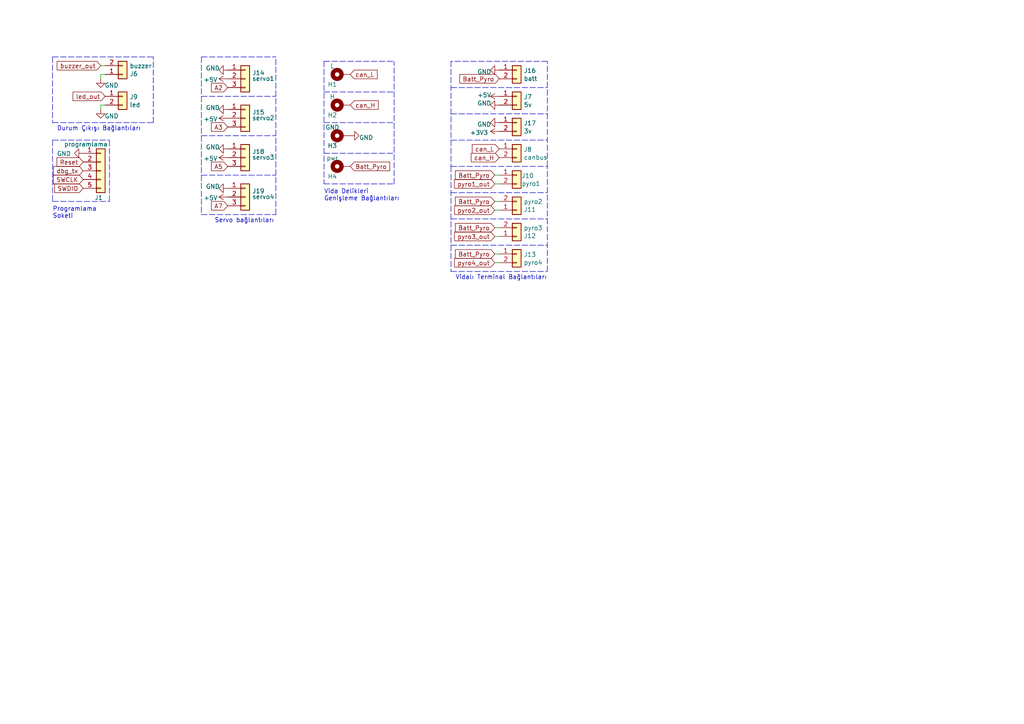
<source format=kicad_sch>
(kicad_sch (version 20201015) (generator eeschema)

  (page 1 8)

  (paper "A4")

  (lib_symbols
    (symbol "Connector_Generic:Conn_01x02" (pin_names (offset 1.016) hide) (in_bom yes) (on_board yes)
      (property "Reference" "J" (id 0) (at 0 2.54 0)
        (effects (font (size 1.27 1.27)))
      )
      (property "Value" "Conn_01x02" (id 1) (at 0 -5.08 0)
        (effects (font (size 1.27 1.27)))
      )
      (property "Footprint" "" (id 2) (at 0 0 0)
        (effects (font (size 1.27 1.27)) hide)
      )
      (property "Datasheet" "~" (id 3) (at 0 0 0)
        (effects (font (size 1.27 1.27)) hide)
      )
      (property "ki_keywords" "connector" (id 4) (at 0 0 0)
        (effects (font (size 1.27 1.27)) hide)
      )
      (property "ki_description" "Generic connector, single row, 01x02, script generated (kicad-library-utils/schlib/autogen/connector/)" (id 5) (at 0 0 0)
        (effects (font (size 1.27 1.27)) hide)
      )
      (property "ki_fp_filters" "Connector*:*_1x??_*" (id 6) (at 0 0 0)
        (effects (font (size 1.27 1.27)) hide)
      )
      (symbol "Conn_01x02_1_1"
        (rectangle (start -1.27 -2.413) (end 0 -2.667)
          (stroke (width 0.1524)) (fill (type none))
        )
        (rectangle (start -1.27 0.127) (end 0 -0.127)
          (stroke (width 0.1524)) (fill (type none))
        )
        (rectangle (start -1.27 1.27) (end 1.27 -3.81)
          (stroke (width 0.254)) (fill (type background))
        )
        (pin passive line (at -5.08 0 0) (length 3.81)
          (name "Pin_1" (effects (font (size 1.27 1.27))))
          (number "1" (effects (font (size 1.27 1.27))))
        )
        (pin passive line (at -5.08 -2.54 0) (length 3.81)
          (name "Pin_2" (effects (font (size 1.27 1.27))))
          (number "2" (effects (font (size 1.27 1.27))))
        )
      )
    )
    (symbol "Connector_Generic:Conn_01x03" (pin_names (offset 1.016) hide) (in_bom yes) (on_board yes)
      (property "Reference" "J" (id 0) (at 0 5.08 0)
        (effects (font (size 1.27 1.27)))
      )
      (property "Value" "Conn_01x03" (id 1) (at 0 -5.08 0)
        (effects (font (size 1.27 1.27)))
      )
      (property "Footprint" "" (id 2) (at 0 0 0)
        (effects (font (size 1.27 1.27)) hide)
      )
      (property "Datasheet" "~" (id 3) (at 0 0 0)
        (effects (font (size 1.27 1.27)) hide)
      )
      (property "ki_keywords" "connector" (id 4) (at 0 0 0)
        (effects (font (size 1.27 1.27)) hide)
      )
      (property "ki_description" "Generic connector, single row, 01x03, script generated (kicad-library-utils/schlib/autogen/connector/)" (id 5) (at 0 0 0)
        (effects (font (size 1.27 1.27)) hide)
      )
      (property "ki_fp_filters" "Connector*:*_1x??_*" (id 6) (at 0 0 0)
        (effects (font (size 1.27 1.27)) hide)
      )
      (symbol "Conn_01x03_1_1"
        (rectangle (start -1.27 -2.413) (end 0 -2.667)
          (stroke (width 0.1524)) (fill (type none))
        )
        (rectangle (start -1.27 2.667) (end 0 2.413)
          (stroke (width 0.1524)) (fill (type none))
        )
        (rectangle (start -1.27 3.81) (end 1.27 -3.81)
          (stroke (width 0.254)) (fill (type background))
        )
        (rectangle (start -1.27 0.127) (end 0 -0.127)
          (stroke (width 0.1524)) (fill (type none))
        )
        (pin passive line (at -5.08 2.54 0) (length 3.81)
          (name "Pin_1" (effects (font (size 1.27 1.27))))
          (number "1" (effects (font (size 1.27 1.27))))
        )
        (pin passive line (at -5.08 0 0) (length 3.81)
          (name "Pin_2" (effects (font (size 1.27 1.27))))
          (number "2" (effects (font (size 1.27 1.27))))
        )
        (pin passive line (at -5.08 -2.54 0) (length 3.81)
          (name "Pin_3" (effects (font (size 1.27 1.27))))
          (number "3" (effects (font (size 1.27 1.27))))
        )
      )
    )
    (symbol "Connector_Generic:Conn_01x05" (pin_names (offset 1.016) hide) (in_bom yes) (on_board yes)
      (property "Reference" "J" (id 0) (at 0 7.62 0)
        (effects (font (size 1.27 1.27)))
      )
      (property "Value" "Conn_01x05" (id 1) (at 0 -7.62 0)
        (effects (font (size 1.27 1.27)))
      )
      (property "Footprint" "" (id 2) (at 0 0 0)
        (effects (font (size 1.27 1.27)) hide)
      )
      (property "Datasheet" "~" (id 3) (at 0 0 0)
        (effects (font (size 1.27 1.27)) hide)
      )
      (property "ki_keywords" "connector" (id 4) (at 0 0 0)
        (effects (font (size 1.27 1.27)) hide)
      )
      (property "ki_description" "Generic connector, single row, 01x05, script generated (kicad-library-utils/schlib/autogen/connector/)" (id 5) (at 0 0 0)
        (effects (font (size 1.27 1.27)) hide)
      )
      (property "ki_fp_filters" "Connector*:*_1x??_*" (id 6) (at 0 0 0)
        (effects (font (size 1.27 1.27)) hide)
      )
      (symbol "Conn_01x05_1_1"
        (rectangle (start -1.27 -4.953) (end 0 -5.207)
          (stroke (width 0.1524)) (fill (type none))
        )
        (rectangle (start -1.27 -2.413) (end 0 -2.667)
          (stroke (width 0.1524)) (fill (type none))
        )
        (rectangle (start -1.27 2.667) (end 0 2.413)
          (stroke (width 0.1524)) (fill (type none))
        )
        (rectangle (start -1.27 5.207) (end 0 4.953)
          (stroke (width 0.1524)) (fill (type none))
        )
        (rectangle (start -1.27 6.35) (end 1.27 -6.35)
          (stroke (width 0.254)) (fill (type background))
        )
        (rectangle (start -1.27 0.127) (end 0 -0.127)
          (stroke (width 0.1524)) (fill (type none))
        )
        (pin passive line (at -5.08 5.08 0) (length 3.81)
          (name "Pin_1" (effects (font (size 1.27 1.27))))
          (number "1" (effects (font (size 1.27 1.27))))
        )
        (pin passive line (at -5.08 2.54 0) (length 3.81)
          (name "Pin_2" (effects (font (size 1.27 1.27))))
          (number "2" (effects (font (size 1.27 1.27))))
        )
        (pin passive line (at -5.08 0 0) (length 3.81)
          (name "Pin_3" (effects (font (size 1.27 1.27))))
          (number "3" (effects (font (size 1.27 1.27))))
        )
        (pin passive line (at -5.08 -2.54 0) (length 3.81)
          (name "Pin_4" (effects (font (size 1.27 1.27))))
          (number "4" (effects (font (size 1.27 1.27))))
        )
        (pin passive line (at -5.08 -5.08 0) (length 3.81)
          (name "Pin_5" (effects (font (size 1.27 1.27))))
          (number "5" (effects (font (size 1.27 1.27))))
        )
      )
    )
    (symbol "Mechanical:MountingHole_Pad" (pin_numbers hide) (pin_names (offset 1.016) hide) (in_bom yes) (on_board yes)
      (property "Reference" "H" (id 0) (at 0 6.35 0)
        (effects (font (size 1.27 1.27)))
      )
      (property "Value" "MountingHole_Pad" (id 1) (at 0 4.445 0)
        (effects (font (size 1.27 1.27)))
      )
      (property "Footprint" "" (id 2) (at 0 0 0)
        (effects (font (size 1.27 1.27)) hide)
      )
      (property "Datasheet" "~" (id 3) (at 0 0 0)
        (effects (font (size 1.27 1.27)) hide)
      )
      (property "ki_keywords" "mounting hole" (id 4) (at 0 0 0)
        (effects (font (size 1.27 1.27)) hide)
      )
      (property "ki_description" "Mounting Hole with connection" (id 5) (at 0 0 0)
        (effects (font (size 1.27 1.27)) hide)
      )
      (property "ki_fp_filters" "MountingHole*Pad*" (id 6) (at 0 0 0)
        (effects (font (size 1.27 1.27)) hide)
      )
      (symbol "MountingHole_Pad_0_1"
        (circle (center 0 1.27) (radius 1.27) (stroke (width 1.27)) (fill (type none)))
      )
      (symbol "MountingHole_Pad_1_1"
        (pin input line (at 0 -2.54 90) (length 2.54)
          (name "1" (effects (font (size 1.27 1.27))))
          (number "1" (effects (font (size 1.27 1.27))))
        )
      )
    )
    (symbol "power:+3V3" (power) (pin_names (offset 0)) (in_bom yes) (on_board yes)
      (property "Reference" "#PWR" (id 0) (at 0 -3.81 0)
        (effects (font (size 1.27 1.27)) hide)
      )
      (property "Value" "+3V3" (id 1) (at 0 3.556 0)
        (effects (font (size 1.27 1.27)))
      )
      (property "Footprint" "" (id 2) (at 0 0 0)
        (effects (font (size 1.27 1.27)) hide)
      )
      (property "Datasheet" "" (id 3) (at 0 0 0)
        (effects (font (size 1.27 1.27)) hide)
      )
      (property "ki_keywords" "power-flag" (id 4) (at 0 0 0)
        (effects (font (size 1.27 1.27)) hide)
      )
      (property "ki_description" "Power symbol creates a global label with name \"+3V3\"" (id 5) (at 0 0 0)
        (effects (font (size 1.27 1.27)) hide)
      )
      (symbol "+3V3_0_1"
        (polyline
          (pts
            (xy -0.762 1.27)
            (xy 0 2.54)
          )
          (stroke (width 0)) (fill (type none))
        )
        (polyline
          (pts
            (xy 0 0)
            (xy 0 2.54)
          )
          (stroke (width 0)) (fill (type none))
        )
        (polyline
          (pts
            (xy 0 2.54)
            (xy 0.762 1.27)
          )
          (stroke (width 0)) (fill (type none))
        )
      )
      (symbol "+3V3_1_1"
        (pin power_in line (at 0 0 90) (length 0) hide
          (name "+3V3" (effects (font (size 1.27 1.27))))
          (number "1" (effects (font (size 1.27 1.27))))
        )
      )
    )
    (symbol "power:+5V" (power) (pin_names (offset 0)) (in_bom yes) (on_board yes)
      (property "Reference" "#PWR" (id 0) (at 0 -3.81 0)
        (effects (font (size 1.27 1.27)) hide)
      )
      (property "Value" "+5V" (id 1) (at 0 3.556 0)
        (effects (font (size 1.27 1.27)))
      )
      (property "Footprint" "" (id 2) (at 0 0 0)
        (effects (font (size 1.27 1.27)) hide)
      )
      (property "Datasheet" "" (id 3) (at 0 0 0)
        (effects (font (size 1.27 1.27)) hide)
      )
      (property "ki_keywords" "power-flag" (id 4) (at 0 0 0)
        (effects (font (size 1.27 1.27)) hide)
      )
      (property "ki_description" "Power symbol creates a global label with name \"+5V\"" (id 5) (at 0 0 0)
        (effects (font (size 1.27 1.27)) hide)
      )
      (symbol "+5V_0_1"
        (polyline
          (pts
            (xy -0.762 1.27)
            (xy 0 2.54)
          )
          (stroke (width 0)) (fill (type none))
        )
        (polyline
          (pts
            (xy 0 0)
            (xy 0 2.54)
          )
          (stroke (width 0)) (fill (type none))
        )
        (polyline
          (pts
            (xy 0 2.54)
            (xy 0.762 1.27)
          )
          (stroke (width 0)) (fill (type none))
        )
      )
      (symbol "+5V_1_1"
        (pin power_in line (at 0 0 90) (length 0) hide
          (name "+5V" (effects (font (size 1.27 1.27))))
          (number "1" (effects (font (size 1.27 1.27))))
        )
      )
    )
    (symbol "power:GND" (power) (pin_names (offset 0)) (in_bom yes) (on_board yes)
      (property "Reference" "#PWR" (id 0) (at 0 -6.35 0)
        (effects (font (size 1.27 1.27)) hide)
      )
      (property "Value" "GND" (id 1) (at 0 -3.81 0)
        (effects (font (size 1.27 1.27)))
      )
      (property "Footprint" "" (id 2) (at 0 0 0)
        (effects (font (size 1.27 1.27)) hide)
      )
      (property "Datasheet" "" (id 3) (at 0 0 0)
        (effects (font (size 1.27 1.27)) hide)
      )
      (property "ki_keywords" "power-flag" (id 4) (at 0 0 0)
        (effects (font (size 1.27 1.27)) hide)
      )
      (property "ki_description" "Power symbol creates a global label with name \"GND\" , ground" (id 5) (at 0 0 0)
        (effects (font (size 1.27 1.27)) hide)
      )
      (symbol "GND_0_1"
        (polyline
          (pts
            (xy 0 0)
            (xy 0 -1.27)
            (xy 1.27 -1.27)
            (xy 0 -2.54)
            (xy -1.27 -1.27)
            (xy 0 -1.27)
          )
          (stroke (width 0)) (fill (type none))
        )
      )
      (symbol "GND_1_1"
        (pin power_in line (at 0 0 270) (length 0) hide
          (name "GND" (effects (font (size 1.27 1.27))))
          (number "1" (effects (font (size 1.27 1.27))))
        )
      )
    )
  )


  (wire (pts (xy 29.21 21.59) (xy 29.21 22.86))
    (stroke (width 0) (type solid) (color 0 0 0 0))
  )
  (wire (pts (xy 29.21 30.48) (xy 29.21 31.75))
    (stroke (width 0) (type solid) (color 0 0 0 0))
  )
  (wire (pts (xy 30.48 19.05) (xy 29.21 19.05))
    (stroke (width 0) (type solid) (color 0 0 0 0))
  )
  (wire (pts (xy 30.48 21.59) (xy 29.21 21.59))
    (stroke (width 0) (type solid) (color 0 0 0 0))
  )
  (wire (pts (xy 30.48 30.48) (xy 29.21 30.48))
    (stroke (width 0) (type solid) (color 0 0 0 0))
  )
  (wire (pts (xy 143.51 50.8) (xy 144.78 50.8))
    (stroke (width 0) (type solid) (color 0 0 0 0))
  )
  (wire (pts (xy 143.51 58.42) (xy 144.78 58.42))
    (stroke (width 0) (type solid) (color 0 0 0 0))
  )
  (wire (pts (xy 143.51 66.04) (xy 144.78 66.04))
    (stroke (width 0) (type solid) (color 0 0 0 0))
  )
  (wire (pts (xy 143.51 73.66) (xy 144.78 73.66))
    (stroke (width 0) (type solid) (color 0 0 0 0))
  )
  (wire (pts (xy 144.78 53.34) (xy 143.51 53.34))
    (stroke (width 0) (type solid) (color 0 0 0 0))
  )
  (wire (pts (xy 144.78 60.96) (xy 143.51 60.96))
    (stroke (width 0) (type solid) (color 0 0 0 0))
  )
  (wire (pts (xy 144.78 68.58) (xy 143.51 68.58))
    (stroke (width 0) (type solid) (color 0 0 0 0))
  )
  (wire (pts (xy 144.78 76.2) (xy 143.51 76.2))
    (stroke (width 0) (type solid) (color 0 0 0 0))
  )
  (polyline (pts (xy 15.24 16.51) (xy 15.24 35.56))
    (stroke (width 0) (type dash) (color 0 0 0 0))
  )
  (polyline (pts (xy 15.24 16.51) (xy 44.45 16.51))
    (stroke (width 0) (type dash) (color 0 0 0 0))
  )
  (polyline (pts (xy 15.24 35.56) (xy 44.45 35.56))
    (stroke (width 0) (type dash) (color 0 0 0 0))
  )
  (polyline (pts (xy 15.24 40.64) (xy 15.24 58.42))
    (stroke (width 0) (type dash) (color 0 0 0 0))
  )
  (polyline (pts (xy 15.24 40.64) (xy 31.75 40.64))
    (stroke (width 0) (type dash) (color 0 0 0 0))
  )
  (polyline (pts (xy 15.24 58.42) (xy 31.75 58.42))
    (stroke (width 0) (type dash) (color 0 0 0 0))
  )
  (polyline (pts (xy 31.75 58.42) (xy 31.75 40.64))
    (stroke (width 0) (type dash) (color 0 0 0 0))
  )
  (polyline (pts (xy 44.45 35.56) (xy 44.45 16.51))
    (stroke (width 0) (type dash) (color 0 0 0 0))
  )
  (polyline (pts (xy 58.42 16.51) (xy 58.42 62.23))
    (stroke (width 0) (type dash) (color 0 0 0 0))
  )
  (polyline (pts (xy 58.42 16.51) (xy 80.01 16.51))
    (stroke (width 0) (type dash) (color 0 0 0 0))
  )
  (polyline (pts (xy 58.42 27.94) (xy 80.01 27.94))
    (stroke (width 0) (type dash) (color 0 0 0 0))
  )
  (polyline (pts (xy 58.42 39.37) (xy 80.01 39.37))
    (stroke (width 0) (type dash) (color 0 0 0 0))
  )
  (polyline (pts (xy 58.42 50.8) (xy 80.01 50.8))
    (stroke (width 0) (type dash) (color 0 0 0 0))
  )
  (polyline (pts (xy 58.42 62.23) (xy 80.01 62.23))
    (stroke (width 0) (type dash) (color 0 0 0 0))
  )
  (polyline (pts (xy 80.01 62.23) (xy 80.01 16.51))
    (stroke (width 0) (type dash) (color 0 0 0 0))
  )
  (polyline (pts (xy 93.98 17.78) (xy 93.98 53.34))
    (stroke (width 0) (type dash) (color 0 0 0 0))
  )
  (polyline (pts (xy 93.98 17.78) (xy 114.3 17.78))
    (stroke (width 0) (type dash) (color 0 0 0 0))
  )
  (polyline (pts (xy 93.98 26.67) (xy 114.3 26.67))
    (stroke (width 0) (type dash) (color 0 0 0 0))
  )
  (polyline (pts (xy 93.98 35.56) (xy 114.3 35.56))
    (stroke (width 0) (type dash) (color 0 0 0 0))
  )
  (polyline (pts (xy 93.98 44.45) (xy 114.3 44.45))
    (stroke (width 0) (type dash) (color 0 0 0 0))
  )
  (polyline (pts (xy 93.98 53.34) (xy 114.3 53.34))
    (stroke (width 0) (type dash) (color 0 0 0 0))
  )
  (polyline (pts (xy 114.3 53.34) (xy 114.3 17.78))
    (stroke (width 0) (type dash) (color 0 0 0 0))
  )
  (polyline (pts (xy 130.81 17.78) (xy 130.81 48.26))
    (stroke (width 0) (type dash) (color 0 0 0 0))
  )
  (polyline (pts (xy 130.81 25.4) (xy 158.75 25.4))
    (stroke (width 0) (type dash) (color 0 0 0 0))
  )
  (polyline (pts (xy 130.81 33.02) (xy 158.75 33.02))
    (stroke (width 0) (type dash) (color 0 0 0 0))
  )
  (polyline (pts (xy 130.81 40.64) (xy 158.75 40.64))
    (stroke (width 0) (type dash) (color 0 0 0 0))
  )
  (polyline (pts (xy 130.81 48.26) (xy 130.81 78.74))
    (stroke (width 0) (type dash) (color 0 0 0 0))
  )
  (polyline (pts (xy 130.81 48.26) (xy 158.75 48.26))
    (stroke (width 0) (type dash) (color 0 0 0 0))
  )
  (polyline (pts (xy 130.81 55.88) (xy 158.75 55.88))
    (stroke (width 0) (type dash) (color 0 0 0 0))
  )
  (polyline (pts (xy 130.81 63.5) (xy 158.75 63.5))
    (stroke (width 0) (type dash) (color 0 0 0 0))
  )
  (polyline (pts (xy 130.81 71.12) (xy 158.75 71.12))
    (stroke (width 0) (type dash) (color 0 0 0 0))
  )
  (polyline (pts (xy 130.81 78.74) (xy 158.75 78.74))
    (stroke (width 0) (type dash) (color 0 0 0 0))
  )
  (polyline (pts (xy 158.75 17.78) (xy 130.81 17.78))
    (stroke (width 0) (type dash) (color 0 0 0 0))
  )
  (polyline (pts (xy 158.75 48.26) (xy 158.75 17.78))
    (stroke (width 0) (type dash) (color 0 0 0 0))
  )
  (polyline (pts (xy 158.75 78.74) (xy 158.75 48.26))
    (stroke (width 0) (type dash) (color 0 0 0 0))
  )

  (text "Programlama\nSoketi" (at 15.24 63.5 0)
    (effects (font (size 1.27 1.27)) (justify left bottom))
  )
  (text "Durum Çıkışı Bağlantıları" (at 16.51 38.1 0)
    (effects (font (size 1.27 1.27)) (justify left bottom))
  )
  (text "Servo bağlantıları" (at 62.23 64.77 0)
    (effects (font (size 1.27 1.27)) (justify left bottom))
  )
  (text "Vida Delikleri\nGenişleme Bağlantıları" (at 93.98 58.42 0)
    (effects (font (size 1.27 1.27)) (justify left bottom))
  )
  (text "Vidalı Terminal Bağlantıları" (at 132.08 81.28 0)
    (effects (font (size 1.27 1.27)) (justify left bottom))
  )

  (global_label "Reset" (shape input) (at 24.13 46.99 180)    (property "Intersheet References" "${INTERSHEET_REFS}" (id 0) (at 14.9919 46.9106 0)
      (effects (font (size 1.27 1.27)) (justify right) hide)
    )

    (effects (font (size 1.27 1.27)) (justify right))
  )
  (global_label "dbg_tx" (shape input) (at 24.13 49.53 180)    (property "Intersheet References" "${INTERSHEET_REFS}" (id 0) (at 14.0243 49.4506 0)
      (effects (font (size 1.27 1.27)) (justify right) hide)
    )

    (effects (font (size 1.27 1.27)) (justify right))
  )
  (global_label "SWCLK" (shape input) (at 24.13 52.07 180)    (property "Intersheet References" "${INTERSHEET_REFS}" (id 0) (at 24.1361 51.9906 0)
      (effects (font (size 1.27 1.27)) (justify left) hide)
    )

    (effects (font (size 1.27 1.27)) (justify right))
  )
  (global_label "SWDIO" (shape input) (at 24.13 54.61 180)    (property "Intersheet References" "${INTERSHEET_REFS}" (id 0) (at 23.7733 54.5306 0)
      (effects (font (size 1.27 1.27)) (justify left) hide)
    )

    (effects (font (size 1.27 1.27)) (justify right))
  )
  (global_label "buzzer_out" (shape input) (at 29.21 19.05 180)    (property "Intersheet References" "${INTERSHEET_REFS}" (id 0) (at 15.0524 19.1294 0)
      (effects (font (size 1.27 1.27)) (justify right) hide)
    )

    (effects (font (size 1.27 1.27)) (justify right))
  )
  (global_label "led_out" (shape input) (at 30.48 27.94 180)    (property "Intersheet References" "${INTERSHEET_REFS}" (id 0) (at 19.6486 28.0194 0)
      (effects (font (size 1.27 1.27)) (justify right) hide)
    )

    (effects (font (size 1.27 1.27)) (justify right))
  )
  (global_label "A2" (shape input) (at 66.04 25.4 180)    (property "Intersheet References" "${INTERSHEET_REFS}" (id 0) (at 57.2648 25.3206 0)
      (effects (font (size 1.27 1.27)) (justify right) hide)
    )

    (effects (font (size 1.27 1.27)) (justify right))
  )
  (global_label "A3" (shape input) (at 66.04 36.83 180)    (property "Intersheet References" "${INTERSHEET_REFS}" (id 0) (at 67.1952 36.9094 0)
      (effects (font (size 1.27 1.27)) (justify left) hide)
    )

    (effects (font (size 1.27 1.27)) (justify right))
  )
  (global_label "A5" (shape input) (at 66.04 48.26 180)    (property "Intersheet References" "${INTERSHEET_REFS}" (id 0) (at 57.2648 48.1806 0)
      (effects (font (size 1.27 1.27)) (justify right) hide)
    )

    (effects (font (size 1.27 1.27)) (justify right))
  )
  (global_label "A7" (shape input) (at 66.04 59.69 180)    (property "Intersheet References" "${INTERSHEET_REFS}" (id 0) (at 57.2648 59.6106 0)
      (effects (font (size 1.27 1.27)) (justify right) hide)
    )

    (effects (font (size 1.27 1.27)) (justify right))
  )
  (global_label "can_L" (shape input) (at 101.6 21.59 0)    (property "Intersheet References" "${INTERSHEET_REFS}" (id 0) (at 110.9195 21.5106 0)
      (effects (font (size 1.27 1.27)) (justify left) hide)
    )

    (effects (font (size 1.27 1.27)) (justify left))
  )
  (global_label "can_H" (shape input) (at 101.6 30.48 0)    (property "Intersheet References" "${INTERSHEET_REFS}" (id 0) (at 111.2219 30.4006 0)
      (effects (font (size 1.27 1.27)) (justify left) hide)
    )

    (effects (font (size 1.27 1.27)) (justify left))
  )
  (global_label "Batt_Pyro" (shape input) (at 101.6 48.26 0)    (property "Intersheet References" "${INTERSHEET_REFS}" (id 0) (at 114.5481 48.1806 0)
      (effects (font (size 1.27 1.27)) (justify left) hide)
    )

    (effects (font (size 1.27 1.27)) (justify left))
  )
  (global_label "Batt_Pyro" (shape input) (at 143.51 50.8 180)    (property "Intersheet References" "${INTERSHEET_REFS}" (id 0) (at 143.7581 50.7206 0)
      (effects (font (size 1.27 1.27)) (justify left) hide)
    )

    (effects (font (size 1.27 1.27)) (justify right))
  )
  (global_label "pyro1_out" (shape input) (at 143.51 53.34 180)    (property "Intersheet References" "${INTERSHEET_REFS}" (id 0) (at 130.32 53.2606 0)
      (effects (font (size 1.27 1.27)) (justify right) hide)
    )

    (effects (font (size 1.27 1.27)) (justify right))
  )
  (global_label "Batt_Pyro" (shape input) (at 143.51 58.42 180)    (property "Intersheet References" "${INTERSHEET_REFS}" (id 0) (at 143.7581 58.3406 0)
      (effects (font (size 1.27 1.27)) (justify left) hide)
    )

    (effects (font (size 1.27 1.27)) (justify right))
  )
  (global_label "pyro2_out" (shape input) (at 143.51 60.96 180)    (property "Intersheet References" "${INTERSHEET_REFS}" (id 0) (at 130.32 60.8806 0)
      (effects (font (size 1.27 1.27)) (justify right) hide)
    )

    (effects (font (size 1.27 1.27)) (justify right))
  )
  (global_label "Batt_Pyro" (shape input) (at 143.51 66.04 180)    (property "Intersheet References" "${INTERSHEET_REFS}" (id 0) (at 143.7581 65.9606 0)
      (effects (font (size 1.27 1.27)) (justify left) hide)
    )

    (effects (font (size 1.27 1.27)) (justify right))
  )
  (global_label "pyro3_out" (shape input) (at 143.51 68.58 180)    (property "Intersheet References" "${INTERSHEET_REFS}" (id 0) (at 130.32 68.5006 0)
      (effects (font (size 1.27 1.27)) (justify right) hide)
    )

    (effects (font (size 1.27 1.27)) (justify right))
  )
  (global_label "Batt_Pyro" (shape input) (at 143.51 73.66 180)    (property "Intersheet References" "${INTERSHEET_REFS}" (id 0) (at 143.7581 73.5806 0)
      (effects (font (size 1.27 1.27)) (justify left) hide)
    )

    (effects (font (size 1.27 1.27)) (justify right))
  )
  (global_label "pyro4_out" (shape input) (at 143.51 76.2 180)    (property "Intersheet References" "${INTERSHEET_REFS}" (id 0) (at 130.32 76.1206 0)
      (effects (font (size 1.27 1.27)) (justify right) hide)
    )

    (effects (font (size 1.27 1.27)) (justify right))
  )
  (global_label "Batt_Pyro" (shape input) (at 144.78 22.86 180)    (property "Intersheet References" "${INTERSHEET_REFS}" (id 0) (at 145.0281 20.2406 0)
      (effects (font (size 1.27 1.27)) (justify left) hide)
    )

    (effects (font (size 1.27 1.27)) (justify right))
  )
  (global_label "can_L" (shape input) (at 144.78 43.18 180)    (property "Intersheet References" "${INTERSHEET_REFS}" (id 0) (at 135.4605 45.7994 0)
      (effects (font (size 1.27 1.27)) (justify right) hide)
    )

    (effects (font (size 1.27 1.27)) (justify right))
  )
  (global_label "can_H" (shape input) (at 144.78 45.72 180)    (property "Intersheet References" "${INTERSHEET_REFS}" (id 0) (at 135.1581 43.2594 0)
      (effects (font (size 1.27 1.27)) (justify right) hide)
    )

    (effects (font (size 1.27 1.27)) (justify right))
  )

  (symbol (lib_id "power:+5V") (at 66.04 22.86 90) (unit 1)
    (in_bom yes) (on_board yes)
    (uuid "bb063635-2b52-4a4b-805f-a84efb3f141b")
    (property "Reference" "#PWR0102" (id 0) (at 69.85 22.86 0)
      (effects (font (size 1.27 1.27)) hide)
    )
    (property "Value" "+5V" (id 1) (at 61.0806 23.1267 90))
    (property "Footprint" "" (id 2) (at 66.04 22.86 0)
      (effects (font (size 1.27 1.27)) hide)
    )
    (property "Datasheet" "" (id 3) (at 66.04 22.86 0)
      (effects (font (size 1.27 1.27)) hide)
    )
  )

  (symbol (lib_id "power:+5V") (at 66.04 34.29 90) (unit 1)
    (in_bom yes) (on_board yes)
    (uuid "14bc689d-31d1-4c02-93a2-7d7de02346bd")
    (property "Reference" "#PWR0104" (id 0) (at 69.85 34.29 0)
      (effects (font (size 1.27 1.27)) hide)
    )
    (property "Value" "+5V" (id 1) (at 61.0806 34.5567 90))
    (property "Footprint" "" (id 2) (at 66.04 34.29 0)
      (effects (font (size 1.27 1.27)) hide)
    )
    (property "Datasheet" "" (id 3) (at 66.04 34.29 0)
      (effects (font (size 1.27 1.27)) hide)
    )
  )

  (symbol (lib_id "power:+5V") (at 66.04 45.72 90) (unit 1)
    (in_bom yes) (on_board yes)
    (uuid "c3a5d85d-6252-44bb-99a1-27dffefb0842")
    (property "Reference" "#PWR0106" (id 0) (at 69.85 45.72 0)
      (effects (font (size 1.27 1.27)) hide)
    )
    (property "Value" "+5V" (id 1) (at 61.0806 45.9867 90))
    (property "Footprint" "" (id 2) (at 66.04 45.72 0)
      (effects (font (size 1.27 1.27)) hide)
    )
    (property "Datasheet" "" (id 3) (at 66.04 45.72 0)
      (effects (font (size 1.27 1.27)) hide)
    )
  )

  (symbol (lib_id "power:+5V") (at 66.04 57.15 90) (unit 1)
    (in_bom yes) (on_board yes)
    (uuid "b2510bf7-4ebc-4f66-ad91-7e3ad50829de")
    (property "Reference" "#PWR0108" (id 0) (at 69.85 57.15 0)
      (effects (font (size 1.27 1.27)) hide)
    )
    (property "Value" "+5V" (id 1) (at 61.0806 57.4167 90))
    (property "Footprint" "" (id 2) (at 66.04 57.15 0)
      (effects (font (size 1.27 1.27)) hide)
    )
    (property "Datasheet" "" (id 3) (at 66.04 57.15 0)
      (effects (font (size 1.27 1.27)) hide)
    )
  )

  (symbol (lib_id "power:+5V") (at 144.78 27.94 90) (unit 1)
    (in_bom yes) (on_board yes)
    (uuid "18df21aa-53d2-4350-a39e-3ec2b9856fdf")
    (property "Reference" "#PWR089" (id 0) (at 148.59 27.94 0)
      (effects (font (size 1.27 1.27)) hide)
    )
    (property "Value" "+5V" (id 1) (at 140.4556 27.5717 90))
    (property "Footprint" "" (id 2) (at 144.78 27.94 0)
      (effects (font (size 1.27 1.27)) hide)
    )
    (property "Datasheet" "" (id 3) (at 144.78 27.94 0)
      (effects (font (size 1.27 1.27)) hide)
    )
  )

  (symbol (lib_id "power:+3V3") (at 144.78 38.1 90) (mirror x) (unit 1)
    (in_bom yes) (on_board yes)
    (uuid "495bb691-0813-4d00-b536-e9849bb1f4e6")
    (property "Reference" "#PWR091" (id 0) (at 148.59 38.1 0)
      (effects (font (size 1.27 1.27)) hide)
    )
    (property "Value" "+3V3" (id 1) (at 141.6049 38.4683 90)
      (effects (font (size 1.27 1.27)) (justify left))
    )
    (property "Footprint" "" (id 2) (at 144.78 38.1 0)
      (effects (font (size 1.27 1.27)) hide)
    )
    (property "Datasheet" "" (id 3) (at 144.78 38.1 0)
      (effects (font (size 1.27 1.27)) hide)
    )
  )

  (symbol (lib_id "power:GND") (at 24.13 44.45 270) (unit 1)
    (in_bom yes) (on_board yes)
    (uuid "31a2b3aa-2a51-4164-adcc-c91fe97303bd")
    (property "Reference" "#PWR078" (id 0) (at 17.78 44.45 0)
      (effects (font (size 1.27 1.27)) hide)
    )
    (property "Value" "GND" (id 1) (at 18.5356 44.5643 90))
    (property "Footprint" "" (id 2) (at 24.13 44.45 0)
      (effects (font (size 1.27 1.27)) hide)
    )
    (property "Datasheet" "" (id 3) (at 24.13 44.45 0)
      (effects (font (size 1.27 1.27)) hide)
    )
  )

  (symbol (lib_id "power:GND") (at 29.21 22.86 0) (unit 1)
    (in_bom yes) (on_board yes)
    (uuid "e770bc86-2a97-4a9c-ab5b-8e6ab50a4771")
    (property "Reference" "#PWR087" (id 0) (at 29.21 29.21 0)
      (effects (font (size 1.27 1.27)) hide)
    )
    (property "Value" "GND" (id 1) (at 34.4043 24.7651 0)
      (effects (font (size 1.27 1.27)) (justify right))
    )
    (property "Footprint" "" (id 2) (at 29.21 22.86 0)
      (effects (font (size 1.27 1.27)) hide)
    )
    (property "Datasheet" "" (id 3) (at 29.21 22.86 0)
      (effects (font (size 1.27 1.27)) hide)
    )
  )

  (symbol (lib_id "power:GND") (at 29.21 31.75 0) (unit 1)
    (in_bom yes) (on_board yes)
    (uuid "9f3c706e-63ba-4638-a428-6826986a52d9")
    (property "Reference" "#PWR088" (id 0) (at 29.21 38.1 0)
      (effects (font (size 1.27 1.27)) hide)
    )
    (property "Value" "GND" (id 1) (at 34.4043 33.6551 0)
      (effects (font (size 1.27 1.27)) (justify right))
    )
    (property "Footprint" "" (id 2) (at 29.21 31.75 0)
      (effects (font (size 1.27 1.27)) hide)
    )
    (property "Datasheet" "" (id 3) (at 29.21 31.75 0)
      (effects (font (size 1.27 1.27)) hide)
    )
  )

  (symbol (lib_id "power:GND") (at 66.04 20.32 270) (unit 1)
    (in_bom yes) (on_board yes)
    (uuid "9d1a41c1-1522-49ef-ad8e-c5b2febf372a")
    (property "Reference" "#PWR081" (id 0) (at 59.69 20.32 0)
      (effects (font (size 1.27 1.27)) hide)
    )
    (property "Value" "GND" (id 1) (at 61.7156 19.7993 90))
    (property "Footprint" "" (id 2) (at 66.04 20.32 0)
      (effects (font (size 1.27 1.27)) hide)
    )
    (property "Datasheet" "" (id 3) (at 66.04 20.32 0)
      (effects (font (size 1.27 1.27)) hide)
    )
  )

  (symbol (lib_id "power:GND") (at 66.04 31.75 270) (unit 1)
    (in_bom yes) (on_board yes)
    (uuid "16c67ecb-90db-4e71-93e2-4cc0a30cf584")
    (property "Reference" "#PWR0103" (id 0) (at 59.69 31.75 0)
      (effects (font (size 1.27 1.27)) hide)
    )
    (property "Value" "GND" (id 1) (at 61.7156 31.2293 90))
    (property "Footprint" "" (id 2) (at 66.04 31.75 0)
      (effects (font (size 1.27 1.27)) hide)
    )
    (property "Datasheet" "" (id 3) (at 66.04 31.75 0)
      (effects (font (size 1.27 1.27)) hide)
    )
  )

  (symbol (lib_id "power:GND") (at 66.04 43.18 270) (unit 1)
    (in_bom yes) (on_board yes)
    (uuid "8db45ba9-60ff-4296-b608-2059c3be7c44")
    (property "Reference" "#PWR0105" (id 0) (at 59.69 43.18 0)
      (effects (font (size 1.27 1.27)) hide)
    )
    (property "Value" "GND" (id 1) (at 61.7156 42.6593 90))
    (property "Footprint" "" (id 2) (at 66.04 43.18 0)
      (effects (font (size 1.27 1.27)) hide)
    )
    (property "Datasheet" "" (id 3) (at 66.04 43.18 0)
      (effects (font (size 1.27 1.27)) hide)
    )
  )

  (symbol (lib_id "power:GND") (at 66.04 54.61 270) (unit 1)
    (in_bom yes) (on_board yes)
    (uuid "e10236e6-d63b-45f7-a936-49d5e9e2da1b")
    (property "Reference" "#PWR0107" (id 0) (at 59.69 54.61 0)
      (effects (font (size 1.27 1.27)) hide)
    )
    (property "Value" "GND" (id 1) (at 61.7156 54.0893 90))
    (property "Footprint" "" (id 2) (at 66.04 54.61 0)
      (effects (font (size 1.27 1.27)) hide)
    )
    (property "Datasheet" "" (id 3) (at 66.04 54.61 0)
      (effects (font (size 1.27 1.27)) hide)
    )
  )

  (symbol (lib_id "power:GND") (at 101.6 39.37 90) (unit 1)
    (in_bom yes) (on_board yes)
    (uuid "86386706-f0ad-4e3b-8ba0-94b2811daba4")
    (property "Reference" "#PWR080" (id 0) (at 107.95 39.37 0)
      (effects (font (size 1.27 1.27)) hide)
    )
    (property "Value" "GND" (id 1) (at 104.1401 39.8907 90)
      (effects (font (size 1.27 1.27)) (justify right))
    )
    (property "Footprint" "" (id 2) (at 101.6 39.37 0)
      (effects (font (size 1.27 1.27)) hide)
    )
    (property "Datasheet" "" (id 3) (at 101.6 39.37 0)
      (effects (font (size 1.27 1.27)) hide)
    )
  )

  (symbol (lib_id "power:GND") (at 144.78 20.32 270) (mirror x) (unit 1)
    (in_bom yes) (on_board yes)
    (uuid "df6f11bf-9f2d-4731-b571-977be7d0789d")
    (property "Reference" "#PWR086" (id 0) (at 138.43 20.32 0)
      (effects (font (size 1.27 1.27)) hide)
    )
    (property "Value" "GND" (id 1) (at 140.4556 20.8407 90))
    (property "Footprint" "" (id 2) (at 144.78 20.32 0)
      (effects (font (size 1.27 1.27)) hide)
    )
    (property "Datasheet" "" (id 3) (at 144.78 20.32 0)
      (effects (font (size 1.27 1.27)) hide)
    )
  )

  (symbol (lib_id "power:GND") (at 144.78 30.48 270) (unit 1)
    (in_bom yes) (on_board yes)
    (uuid "666b1a0b-1e10-4b95-b03f-b8b2ada0425f")
    (property "Reference" "#PWR090" (id 0) (at 138.43 30.48 0)
      (effects (font (size 1.27 1.27)) hide)
    )
    (property "Value" "GND" (id 1) (at 140.4556 29.9593 90))
    (property "Footprint" "" (id 2) (at 144.78 30.48 0)
      (effects (font (size 1.27 1.27)) hide)
    )
    (property "Datasheet" "" (id 3) (at 144.78 30.48 0)
      (effects (font (size 1.27 1.27)) hide)
    )
  )

  (symbol (lib_id "power:GND") (at 144.78 35.56 270) (mirror x) (unit 1)
    (in_bom yes) (on_board yes)
    (uuid "4a250d70-379c-4b6b-b14b-bea2684df583")
    (property "Reference" "#PWR0100" (id 0) (at 138.43 35.56 0)
      (effects (font (size 1.27 1.27)) hide)
    )
    (property "Value" "GND" (id 1) (at 140.4556 36.0807 90))
    (property "Footprint" "" (id 2) (at 144.78 35.56 0)
      (effects (font (size 1.27 1.27)) hide)
    )
    (property "Datasheet" "" (id 3) (at 144.78 35.56 0)
      (effects (font (size 1.27 1.27)) hide)
    )
  )

  (symbol (lib_id "Mechanical:MountingHole_Pad") (at 99.06 21.59 90) (unit 1)
    (in_bom yes) (on_board yes)
    (uuid "538c88df-bb71-485a-8f62-5d6492979549")
    (property "Reference" "H1" (id 0) (at 96.393 24.4918 90))
    (property "Value" "L" (id 1) (at 96.393 19.171 90))
    (property "Footprint" "MountingHole:MountingHole_3.2mm_M3_Pad_Via" (id 2) (at 99.06 21.59 0)
      (effects (font (size 1.27 1.27)) hide)
    )
    (property "Datasheet" "~" (id 3) (at 99.06 21.59 0)
      (effects (font (size 1.27 1.27)) hide)
    )
  )

  (symbol (lib_id "Mechanical:MountingHole_Pad") (at 99.06 30.48 90) (unit 1)
    (in_bom yes) (on_board yes)
    (uuid "8b49427c-54e4-4752-b7d0-e2df47e7b03b")
    (property "Reference" "H2" (id 0) (at 96.393 33.3818 90))
    (property "Value" "H" (id 1) (at 96.393 28.061 90))
    (property "Footprint" "MountingHole:MountingHole_3.2mm_M3_Pad_Via" (id 2) (at 99.06 30.48 0)
      (effects (font (size 1.27 1.27)) hide)
    )
    (property "Datasheet" "~" (id 3) (at 99.06 30.48 0)
      (effects (font (size 1.27 1.27)) hide)
    )
  )

  (symbol (lib_id "Mechanical:MountingHole_Pad") (at 99.06 39.37 90) (unit 1)
    (in_bom yes) (on_board yes)
    (uuid "431ce8e9-0d5b-4f43-b022-b63ee39d0a6b")
    (property "Reference" "H3" (id 0) (at 96.393 42.2718 90))
    (property "Value" "GND" (id 1) (at 96.393 36.951 90))
    (property "Footprint" "MountingHole:MountingHole_3.2mm_M3_Pad_Via" (id 2) (at 99.06 39.37 0)
      (effects (font (size 1.27 1.27)) hide)
    )
    (property "Datasheet" "~" (id 3) (at 99.06 39.37 0)
      (effects (font (size 1.27 1.27)) hide)
    )
  )

  (symbol (lib_id "Mechanical:MountingHole_Pad") (at 99.06 48.26 90) (unit 1)
    (in_bom yes) (on_board yes)
    (uuid "072871e8-cc1f-417d-97e6-b5dd2c7467b6")
    (property "Reference" "H4" (id 0) (at 96.393 51.1618 90))
    (property "Value" "pwr" (id 1) (at 96.393 45.841 90))
    (property "Footprint" "MountingHole:MountingHole_3.2mm_M3_Pad_Via" (id 2) (at 99.06 48.26 0)
      (effects (font (size 1.27 1.27)) hide)
    )
    (property "Datasheet" "~" (id 3) (at 99.06 48.26 0)
      (effects (font (size 1.27 1.27)) hide)
    )
  )

  (symbol (lib_id "Connector_Generic:Conn_01x02") (at 35.56 21.59 0) (mirror x) (unit 1)
    (in_bom yes) (on_board yes)
    (uuid "97a71c54-30da-42ad-96e8-65cb798d031b")
    (property "Reference" "J6" (id 0) (at 37.5921 21.4186 0)
      (effects (font (size 1.27 1.27)) (justify left))
    )
    (property "Value" "buzzer" (id 1) (at 37.592 19.12 0)
      (effects (font (size 1.27 1.27)) (justify left))
    )
    (property "Footprint" "Connector_Molex:Molex_PicoBlade_53047-0210_1x02_P1.25mm_Vertical" (id 2) (at 35.56 21.59 0)
      (effects (font (size 1.27 1.27)) hide)
    )
    (property "Datasheet" "~" (id 3) (at 35.56 21.59 0)
      (effects (font (size 1.27 1.27)) hide)
    )
  )

  (symbol (lib_id "Connector_Generic:Conn_01x02") (at 35.56 27.94 0) (unit 1)
    (in_bom yes) (on_board yes)
    (uuid "ae3fb14c-142b-4131-b25f-adf5d43230c7")
    (property "Reference" "J9" (id 0) (at 37.5921 28.1114 0)
      (effects (font (size 1.27 1.27)) (justify left))
    )
    (property "Value" "led" (id 1) (at 37.592 30.41 0)
      (effects (font (size 1.27 1.27)) (justify left))
    )
    (property "Footprint" "Connector_Molex:Molex_PicoBlade_53047-0210_1x02_P1.25mm_Vertical" (id 2) (at 35.56 27.94 0)
      (effects (font (size 1.27 1.27)) hide)
    )
    (property "Datasheet" "~" (id 3) (at 35.56 27.94 0)
      (effects (font (size 1.27 1.27)) hide)
    )
  )

  (symbol (lib_id "Connector_Generic:Conn_01x02") (at 149.86 20.32 0) (unit 1)
    (in_bom yes) (on_board yes)
    (uuid "f8e8d35d-e5b8-4d72-991a-f6a1ba2f90dc")
    (property "Reference" "J16" (id 0) (at 151.8921 20.4914 0)
      (effects (font (size 1.27 1.27)) (justify left))
    )
    (property "Value" "batt" (id 1) (at 151.892 22.79 0)
      (effects (font (size 1.27 1.27)) (justify left))
    )
    (property "Footprint" "KiCAD_Footprints_EO:3.5mm_01x02_Screw_Terminal" (id 2) (at 149.86 20.32 0)
      (effects (font (size 1.27 1.27)) hide)
    )
    (property "Datasheet" "~" (id 3) (at 149.86 20.32 0)
      (effects (font (size 1.27 1.27)) hide)
    )
  )

  (symbol (lib_id "Connector_Generic:Conn_01x02") (at 149.86 27.94 0) (unit 1)
    (in_bom yes) (on_board yes)
    (uuid "32fe1411-fce2-4994-b453-014f02f23e3d")
    (property "Reference" "J7" (id 0) (at 151.8921 28.1114 0)
      (effects (font (size 1.27 1.27)) (justify left))
    )
    (property "Value" "5v" (id 1) (at 151.892 30.41 0)
      (effects (font (size 1.27 1.27)) (justify left))
    )
    (property "Footprint" "KiCAD_Footprints_EO:3.5mm_01x02_Screw_Terminal" (id 2) (at 149.86 27.94 0)
      (effects (font (size 1.27 1.27)) hide)
    )
    (property "Datasheet" "~" (id 3) (at 149.86 27.94 0)
      (effects (font (size 1.27 1.27)) hide)
    )
  )

  (symbol (lib_id "Connector_Generic:Conn_01x02") (at 149.86 35.56 0) (unit 1)
    (in_bom yes) (on_board yes)
    (uuid "99ee220e-d6a2-40cc-a3cb-535961cf24bf")
    (property "Reference" "J17" (id 0) (at 151.8921 35.7314 0)
      (effects (font (size 1.27 1.27)) (justify left))
    )
    (property "Value" "3v" (id 1) (at 151.892 38.03 0)
      (effects (font (size 1.27 1.27)) (justify left))
    )
    (property "Footprint" "KiCAD_Footprints_EO:3.5mm_01x02_Screw_Terminal" (id 2) (at 149.86 35.56 0)
      (effects (font (size 1.27 1.27)) hide)
    )
    (property "Datasheet" "~" (id 3) (at 149.86 35.56 0)
      (effects (font (size 1.27 1.27)) hide)
    )
  )

  (symbol (lib_id "Connector_Generic:Conn_01x02") (at 149.86 43.18 0) (unit 1)
    (in_bom yes) (on_board yes)
    (uuid "2a6acdd7-ee6b-4c59-bbed-bc84459cada2")
    (property "Reference" "J8" (id 0) (at 151.8921 43.3514 0)
      (effects (font (size 1.27 1.27)) (justify left))
    )
    (property "Value" "canbus" (id 1) (at 151.892 45.65 0)
      (effects (font (size 1.27 1.27)) (justify left))
    )
    (property "Footprint" "KiCAD_Footprints_EO:3.5mm_01x02_Screw_Terminal" (id 2) (at 149.86 43.18 0)
      (effects (font (size 1.27 1.27)) hide)
    )
    (property "Datasheet" "~" (id 3) (at 149.86 43.18 0)
      (effects (font (size 1.27 1.27)) hide)
    )
  )

  (symbol (lib_id "Connector_Generic:Conn_01x02") (at 149.86 50.8 0) (unit 1)
    (in_bom yes) (on_board yes)
    (uuid "21e03fc8-0ecc-4cc9-a2a6-fe8a69fe1188")
    (property "Reference" "J10" (id 0) (at 151.2571 50.9714 0)
      (effects (font (size 1.27 1.27)) (justify left))
    )
    (property "Value" "pyro1" (id 1) (at 151.257 53.27 0)
      (effects (font (size 1.27 1.27)) (justify left))
    )
    (property "Footprint" "KiCAD_Footprints_EO:3.5mm_01x02_Screw_Terminal" (id 2) (at 149.86 50.8 0)
      (effects (font (size 1.27 1.27)) hide)
    )
    (property "Datasheet" "~" (id 3) (at 149.86 50.8 0)
      (effects (font (size 1.27 1.27)) hide)
    )
  )

  (symbol (lib_id "Connector_Generic:Conn_01x02") (at 149.86 60.96 0) (mirror x) (unit 1)
    (in_bom yes) (on_board yes)
    (uuid "0160d5ba-980d-4fa7-894a-bd2797401f0b")
    (property "Reference" "J11" (id 0) (at 151.8921 60.7886 0)
      (effects (font (size 1.27 1.27)) (justify left))
    )
    (property "Value" "pyro2" (id 1) (at 151.892 58.49 0)
      (effects (font (size 1.27 1.27)) (justify left))
    )
    (property "Footprint" "KiCAD_Footprints_EO:3.5mm_01x02_Screw_Terminal" (id 2) (at 149.86 60.96 0)
      (effects (font (size 1.27 1.27)) hide)
    )
    (property "Datasheet" "~" (id 3) (at 149.86 60.96 0)
      (effects (font (size 1.27 1.27)) hide)
    )
  )

  (symbol (lib_id "Connector_Generic:Conn_01x02") (at 149.86 68.58 0) (mirror x) (unit 1)
    (in_bom yes) (on_board yes)
    (uuid "50d58d11-00ee-4431-b2d1-f246ace63b24")
    (property "Reference" "J12" (id 0) (at 151.8921 68.4086 0)
      (effects (font (size 1.27 1.27)) (justify left))
    )
    (property "Value" "pyro3" (id 1) (at 151.892 66.11 0)
      (effects (font (size 1.27 1.27)) (justify left))
    )
    (property "Footprint" "KiCAD_Footprints_EO:3.5mm_01x02_Screw_Terminal" (id 2) (at 149.86 68.58 0)
      (effects (font (size 1.27 1.27)) hide)
    )
    (property "Datasheet" "~" (id 3) (at 149.86 68.58 0)
      (effects (font (size 1.27 1.27)) hide)
    )
  )

  (symbol (lib_id "Connector_Generic:Conn_01x02") (at 149.86 73.66 0) (unit 1)
    (in_bom yes) (on_board yes)
    (uuid "820d91b6-e2d5-46db-b032-39fa9f2057ab")
    (property "Reference" "J13" (id 0) (at 151.8921 73.8314 0)
      (effects (font (size 1.27 1.27)) (justify left))
    )
    (property "Value" "pyro4" (id 1) (at 151.892 76.13 0)
      (effects (font (size 1.27 1.27)) (justify left))
    )
    (property "Footprint" "KiCAD_Footprints_EO:3.5mm_01x02_Screw_Terminal" (id 2) (at 149.86 73.66 0)
      (effects (font (size 1.27 1.27)) hide)
    )
    (property "Datasheet" "~" (id 3) (at 149.86 73.66 0)
      (effects (font (size 1.27 1.27)) hide)
    )
  )

  (symbol (lib_id "Connector_Generic:Conn_01x03") (at 71.12 22.86 0) (unit 1)
    (in_bom yes) (on_board yes)
    (uuid "c469ea6a-2af8-4b01-954b-0f57dd7fa92b")
    (property "Reference" "J14" (id 0) (at 73.1521 21.1264 0)
      (effects (font (size 1.27 1.27)) (justify left))
    )
    (property "Value" "servo1" (id 1) (at 73.152 22.79 0)
      (effects (font (size 1.27 1.27)) (justify left))
    )
    (property "Footprint" "Connector_Molex:Molex_PicoBlade_53047-0310_1x03_P1.25mm_Vertical" (id 2) (at 71.12 22.86 0)
      (effects (font (size 1.27 1.27)) hide)
    )
    (property "Datasheet" "~" (id 3) (at 71.12 22.86 0)
      (effects (font (size 1.27 1.27)) hide)
    )
  )

  (symbol (lib_id "Connector_Generic:Conn_01x03") (at 71.12 34.29 0) (unit 1)
    (in_bom yes) (on_board yes)
    (uuid "8999b664-8596-4710-b833-3adb64192ca2")
    (property "Reference" "J15" (id 0) (at 73.1521 32.5564 0)
      (effects (font (size 1.27 1.27)) (justify left))
    )
    (property "Value" "servo2" (id 1) (at 73.152 34.22 0)
      (effects (font (size 1.27 1.27)) (justify left))
    )
    (property "Footprint" "Connector_Molex:Molex_PicoBlade_53047-0310_1x03_P1.25mm_Vertical" (id 2) (at 71.12 34.29 0)
      (effects (font (size 1.27 1.27)) hide)
    )
    (property "Datasheet" "~" (id 3) (at 71.12 34.29 0)
      (effects (font (size 1.27 1.27)) hide)
    )
  )

  (symbol (lib_id "Connector_Generic:Conn_01x03") (at 71.12 45.72 0) (unit 1)
    (in_bom yes) (on_board yes)
    (uuid "1d44185d-25c6-4aa6-a6da-67919c816a82")
    (property "Reference" "J18" (id 0) (at 73.1521 43.9864 0)
      (effects (font (size 1.27 1.27)) (justify left))
    )
    (property "Value" "servo3" (id 1) (at 73.152 45.65 0)
      (effects (font (size 1.27 1.27)) (justify left))
    )
    (property "Footprint" "Connector_Molex:Molex_PicoBlade_53047-0310_1x03_P1.25mm_Vertical" (id 2) (at 71.12 45.72 0)
      (effects (font (size 1.27 1.27)) hide)
    )
    (property "Datasheet" "~" (id 3) (at 71.12 45.72 0)
      (effects (font (size 1.27 1.27)) hide)
    )
  )

  (symbol (lib_id "Connector_Generic:Conn_01x03") (at 71.12 57.15 0) (unit 1)
    (in_bom yes) (on_board yes)
    (uuid "20512aee-8ef8-4e55-bd8e-8016f567f8b5")
    (property "Reference" "J19" (id 0) (at 73.1521 55.4164 0)
      (effects (font (size 1.27 1.27)) (justify left))
    )
    (property "Value" "servo4" (id 1) (at 73.152 57.08 0)
      (effects (font (size 1.27 1.27)) (justify left))
    )
    (property "Footprint" "Connector_Molex:Molex_PicoBlade_53047-0310_1x03_P1.25mm_Vertical" (id 2) (at 71.12 57.15 0)
      (effects (font (size 1.27 1.27)) hide)
    )
    (property "Datasheet" "~" (id 3) (at 71.12 57.15 0)
      (effects (font (size 1.27 1.27)) hide)
    )
  )

  (symbol (lib_id "Connector_Generic:Conn_01x05") (at 29.21 49.53 0) (unit 1)
    (in_bom yes) (on_board yes)
    (uuid "939de3f2-230f-493b-905c-24f28928390b")
    (property "Reference" "J1" (id 0) (at 27.4321 57.3214 0)
      (effects (font (size 1.27 1.27)) (justify left))
    )
    (property "Value" "programlama" (id 1) (at 18.542 41.84 0)
      (effects (font (size 1.27 1.27)) (justify left))
    )
    (property "Footprint" "Connector_Molex:Molex_PicoBlade_53047-0510_1x05_P1.25mm_Vertical" (id 2) (at 29.21 49.53 0)
      (effects (font (size 1.27 1.27)) hide)
    )
    (property "Datasheet" "~" (id 3) (at 29.21 49.53 0)
      (effects (font (size 1.27 1.27)) hide)
    )
  )
)

</source>
